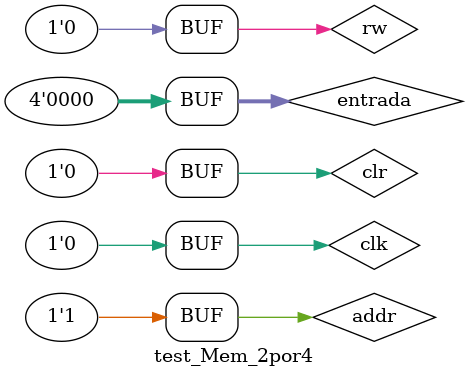
<source format=v>

   
	`include "1x4.v"

// ------------------------------- 
    
	 module Mux (output saida, input entrada0, input entrada1, input chave);
		
		wire [1:0] s;
		wire saida_not;
		
        not NOT0 (saida_not, chave);
		  and AND0 (s[0], entrada0, saida_not);
		  and AND1 (s[1], entrada1, chave);  
		  or OR0 (saida, s[0], s[1]);
		  		  
       endmodule // Mux
		 
// -------------------------------

     module Demux (output saida0, output saida1, input chave);
		
		wire saida_not;
		
        not NOT0 (saida_not, chave);
		  and AND0 (saida0, 1, saida_not);
		  and AND1 (saida1, 1, chave);  
		  		  
       endmodule // Demux 	

// ------------------------------- 

		 module Mem_2por4 (output [3:0]OUT0, input [3:0]entrada, input clk, input addr, input rw, input clr);
		   wire [1:0]s;
			wire [3:0]saida0;
			wire [3:0]saida1;
		 
		   Demux demux0 (s[0], s[1], addr);
         Mem_1por4 MEM1 (saida0, entrada, clk, s[0], rw, clr);
		   Mem_1por4 MEM2 (saida1, entrada, clk, s[1], rw, clr);
   		Mux mux0(OUT0[0], saida0[0], saida1[0], addr);
			Mux mux1(OUT0[1], saida0[1], saida1[1], addr);
   		Mux mux2(OUT0[2], saida0[2], saida1[2], addr);
   		Mux mux3(OUT0[3], saida0[3], saida1[3], addr);
       endmodule // Mem_2por4
		 
// ------------------------- 
// -- test Mem_2por4
// -------------------------
    
	  module test_Mem_2por4; 

// ------------------------- definir dados 
    
	  reg [3:0]entrada;
	  reg clk;
	  reg addr;
	  reg rw;
	  reg clr; 
	  wire [3:0]saida;
	 
// ------------------------- instancia 
	 
     Mem_2por4 modulo (saida, entrada, clk, addr, rw, clr);
	  
// ------------------------- parte principal 
    
	 initial begin

      $display("Memória RAM 2x4 \n");
      $display("Entrada\tClk\tAddr\tR/W\tClr\tSaida\n");
		 #1 entrada = 0001;  clk = 0;  addr = 0;  rw = 0;  clr = 1;
		$monitor("%4b\t%1b\t%1b\t%1b\t%1b\t%4b",entrada, clk, addr, rw, clr, saida);
		 #1 entrada = 0000;  clk = 1;  addr = 0;  rw = 1;  clr = 0;
		 #1 entrada = 1000;  clk = 0;  addr = 0;  rw = 0;  clr = 0;
		 #1 entrada = 0000;  clk = 1;  addr = 1;  rw = 1;  clr = 0;
		 #1 entrada = 0000;  clk = 0;  addr = 1;  rw = 0;  clr = 0;

     end		 
	endmodule // Mem_2por4 
			 
		 

</source>
